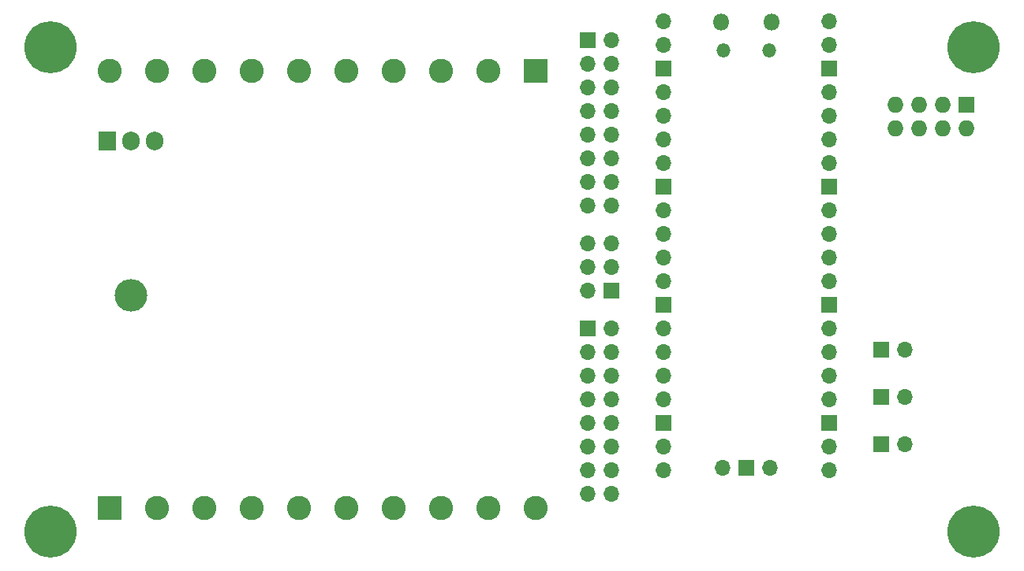
<source format=gbr>
%TF.GenerationSoftware,KiCad,Pcbnew,(6.0.11)*%
%TF.CreationDate,2023-03-20T13:43:10+01:00*%
%TF.ProjectId,Triggerbox_Deluxe,54726967-6765-4726-926f-785f44656c75,rev?*%
%TF.SameCoordinates,Original*%
%TF.FileFunction,Soldermask,Bot*%
%TF.FilePolarity,Negative*%
%FSLAX46Y46*%
G04 Gerber Fmt 4.6, Leading zero omitted, Abs format (unit mm)*
G04 Created by KiCad (PCBNEW (6.0.11)) date 2023-03-20 13:43:10*
%MOMM*%
%LPD*%
G01*
G04 APERTURE LIST*
%ADD10C,5.600000*%
%ADD11R,1.700000X1.700000*%
%ADD12O,1.700000X1.700000*%
%ADD13R,1.727200X1.727200*%
%ADD14O,1.727200X1.727200*%
%ADD15O,3.500000X3.500000*%
%ADD16R,1.905000X2.000000*%
%ADD17O,1.905000X2.000000*%
%ADD18O,1.500000X1.500000*%
%ADD19O,1.800000X1.800000*%
%ADD20R,2.600000X2.600000*%
%ADD21C,2.600000*%
G04 APERTURE END LIST*
D10*
%TO.C,H1*%
X43942000Y-123698000D03*
%TD*%
D11*
%TO.C,JP3*%
X133091000Y-104140000D03*
D12*
X135631000Y-104140000D03*
%TD*%
D11*
%TO.C,JP1*%
X133091000Y-114300000D03*
D12*
X135631000Y-114300000D03*
%TD*%
D13*
%TO.C,U3*%
X142240000Y-77851000D03*
D14*
X142240000Y-80391000D03*
X139700000Y-77851000D03*
X139700000Y-80391000D03*
X137160000Y-77851000D03*
X137160000Y-80391000D03*
X134620000Y-77851000D03*
X134620000Y-80391000D03*
%TD*%
D11*
%TO.C,J4*%
X101600000Y-101854000D03*
D12*
X104140000Y-101854000D03*
X101600000Y-104394000D03*
X104140000Y-104394000D03*
X101600000Y-106934000D03*
X104140000Y-106934000D03*
X101600000Y-109474000D03*
X104140000Y-109474000D03*
X101600000Y-112014000D03*
X104140000Y-112014000D03*
X101600000Y-114554000D03*
X104140000Y-114554000D03*
X101600000Y-117094000D03*
X104140000Y-117094000D03*
X101600000Y-119634000D03*
X104140000Y-119634000D03*
%TD*%
D11*
%TO.C,J5*%
X101600000Y-70866000D03*
D12*
X104140000Y-70866000D03*
X101600000Y-73406000D03*
X104140000Y-73406000D03*
X101600000Y-75946000D03*
X104140000Y-75946000D03*
X101600000Y-78486000D03*
X104140000Y-78486000D03*
X101600000Y-81026000D03*
X104140000Y-81026000D03*
X101600000Y-83566000D03*
X104140000Y-83566000D03*
X101600000Y-86106000D03*
X104140000Y-86106000D03*
X101600000Y-88646000D03*
X104140000Y-88646000D03*
%TD*%
D15*
%TO.C,IC1*%
X52578000Y-98362000D03*
D16*
X50038000Y-81702000D03*
D17*
X52578000Y-81702000D03*
X55118000Y-81702000D03*
%TD*%
D18*
%TO.C,U2*%
X116193000Y-71994000D03*
D19*
X115893000Y-68964000D03*
D18*
X121043000Y-71994000D03*
D19*
X121343000Y-68964000D03*
D12*
X109728000Y-68834000D03*
X109728000Y-71374000D03*
D11*
X109728000Y-73914000D03*
D12*
X109728000Y-76454000D03*
X109728000Y-78994000D03*
X109728000Y-81534000D03*
X109728000Y-84074000D03*
D11*
X109728000Y-86614000D03*
D12*
X109728000Y-89154000D03*
X109728000Y-91694000D03*
X109728000Y-94234000D03*
X109728000Y-96774000D03*
D11*
X109728000Y-99314000D03*
D12*
X109728000Y-101854000D03*
X109728000Y-104394000D03*
X109728000Y-106934000D03*
X109728000Y-109474000D03*
D11*
X109728000Y-112014000D03*
D12*
X109728000Y-114554000D03*
X109728000Y-117094000D03*
X127508000Y-117094000D03*
X127508000Y-114554000D03*
D11*
X127508000Y-112014000D03*
D12*
X127508000Y-109474000D03*
X127508000Y-106934000D03*
X127508000Y-104394000D03*
X127508000Y-101854000D03*
D11*
X127508000Y-99314000D03*
D12*
X127508000Y-96774000D03*
X127508000Y-94234000D03*
X127508000Y-91694000D03*
X127508000Y-89154000D03*
D11*
X127508000Y-86614000D03*
D12*
X127508000Y-84074000D03*
X127508000Y-81534000D03*
X127508000Y-78994000D03*
X127508000Y-76454000D03*
D11*
X127508000Y-73914000D03*
D12*
X127508000Y-71374000D03*
X127508000Y-68834000D03*
X116078000Y-116864000D03*
D11*
X118618000Y-116864000D03*
D12*
X121158000Y-116864000D03*
%TD*%
D11*
%TO.C,J3*%
X104140000Y-97790000D03*
D12*
X101600000Y-97790000D03*
X104140000Y-95250000D03*
X101600000Y-95250000D03*
X104140000Y-92710000D03*
X101600000Y-92710000D03*
%TD*%
D10*
%TO.C,H4*%
X43942000Y-71628000D03*
%TD*%
%TO.C,H3*%
X143002000Y-71628000D03*
%TD*%
D11*
%TO.C,JP2*%
X133091000Y-109220000D03*
D12*
X135631000Y-109220000D03*
%TD*%
D20*
%TO.C,J1*%
X96012000Y-74168000D03*
D21*
X90932000Y-74168000D03*
X85852000Y-74168000D03*
X80772000Y-74168000D03*
X75692000Y-74168000D03*
X70612000Y-74168000D03*
X65532000Y-74168000D03*
X60452000Y-74168000D03*
X55372000Y-74168000D03*
X50292000Y-74168000D03*
%TD*%
D20*
%TO.C,J2*%
X50292000Y-121158000D03*
D21*
X55372000Y-121158000D03*
X60452000Y-121158000D03*
X65532000Y-121158000D03*
X70612000Y-121158000D03*
X75692000Y-121158000D03*
X80772000Y-121158000D03*
X85852000Y-121158000D03*
X90932000Y-121158000D03*
X96012000Y-121158000D03*
%TD*%
D10*
%TO.C,H2*%
X143002000Y-123698000D03*
%TD*%
M02*

</source>
